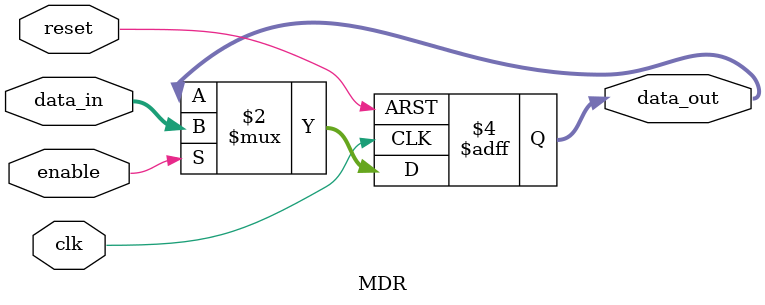
<source format=v>

module MDR(
    input clk, input reset, input enable,
    input [31:0] data_in, 
    output reg [31:0] data_out
);
    always @(posedge clk or posedge reset) begin
        if (reset)
            data_out <= 32'b0;
        else if (enable)
            data_out <= data_in;
    end
endmodule
</source>
